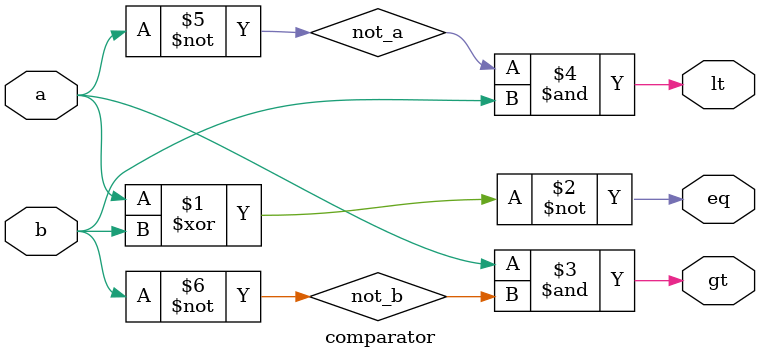
<source format=v>

module tester_tb();

   wire GT, LT, EQ;

   reg signed [2:0]	A, B;

   initial begin
	  $dumpvars;
	  
	  $display(" A  | B  | GT | LT | EQ ");
	  
	  $monitor(" %d | %d | %b | %b | %b ", A, B, GT, LT, EQ);

	  A = 3'b000;
	  B = 3'b000;

	  #10
	  A = 3'b100;
	  B = 3'b000;

	  #10
		A = 3'b001;
	  B = 3'b001;

	  #10
		A = 3'b001;
	  B = 3'b010;

	  #10 A = 3'b001;
	  B = 3'b000;

	  #10 
		A = 3'b101;
	  B = 3'b110;

	  #10 B = 3'b100;
	  
	  #10 $finish;
   end // initial begin

   comparator_3bit U_Comparator(A, B, GT, LT, EQ);

endmodule // tester_tb



module comparator_3bit(A, B, GT, LT, EQ);
   input [2:0] A;
   input [2:0] B;
   output GT, LT, EQ;

   // Inputs
   wire [2:0] A;
   wire [2:0] B;
   
   // Temporary Wires
   wire [2:0] gt_t;
   wire [2:0] lt_t;
   wire [2:0] eq_t;

   wire [1:0] lt_w;
   wire [1:0] gt_w;
   
   // Outputs
   wire 		  GT, LT, EQ;

   comparator comp1(A[2], B[2], lt_t[2], gt_t[2], eq_t[2]);
   comparator comp2(A[1], B[1], gt_t[1], lt_t[1], eq_t[1]);
   comparator comp3(A[0], B[0], gt_t[0], lt_t[0], eq_t[0]);

   and(EQ, eq_t[2], eq_t[1], eq_t[0]);
   and(gt_w[1], eq_t[2], gt_t[1]);
   and(gt_w[0], eq_t[2], eq_t[1], gt_t[0]);
   or(GT, gt_w[1], gt_w[0], gt_t[2]);
   and(lt_w[1], eq_t[2], lt_t[1]);
   and(lt_w[0], eq_t[2], eq_t[1], lt_t[0]);
   or(LT, lt_t[2], lt_w[1], lt_w[0]);
   
endmodule // comparator_3bit

module comparator(a, b, gt, lt, eq);
   input a, b;
   output gt, lt, eq;

   wire   a, b, not_a, not_b; // Input wires
   wire 	  gt, lt, eq; // output wires

   // Negate Inputs
   not( not_a, a );
   not( not_b, b );
   
   // A == B
   xnor( eq, a, b );

   // A > B
   and( gt, a, not_b );

   // A < B
   and (lt, not_a, b);
endmodule //comparator
</source>
